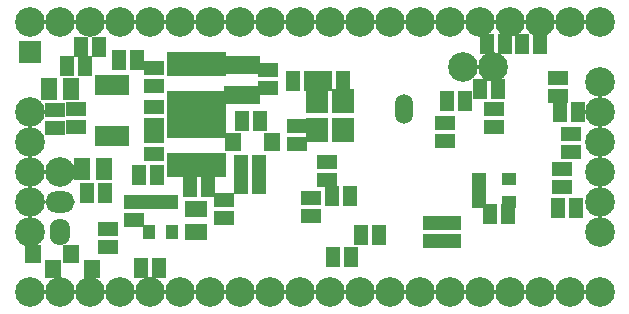
<source format=gbs>
G04 (created by PCBNEW-RS274X (2011-05-25)-stable) date Fri 13 Mar 2015 11:37:05 GMT*
G01*
G70*
G90*
%MOIN*%
G04 Gerber Fmt 3.4, Leading zero omitted, Abs format*
%FSLAX34Y34*%
G04 APERTURE LIST*
%ADD10C,0.006000*%
%ADD11R,0.075100X0.083000*%
%ADD12O,0.067200X0.090900*%
%ADD13O,0.098300X0.071200*%
%ADD14C,0.098700*%
%ADD15R,0.075000X0.075000*%
%ADD16R,0.047600X0.059400*%
%ADD17R,0.040000X0.050000*%
%ADD18R,0.050000X0.040000*%
%ADD19R,0.055000X0.075000*%
%ADD20R,0.045000X0.065000*%
%ADD21R,0.065000X0.045000*%
%ADD22R,0.035000X0.070000*%
%ADD23R,0.055400X0.060200*%
%ADD24O,0.059400X0.098700*%
%ADD25R,0.100000X0.080000*%
%ADD26R,0.075000X0.055000*%
G04 APERTURE END LIST*
G54D10*
G54D11*
X57433Y-34597D03*
X56567Y-33653D03*
X56567Y-34597D03*
X57433Y-33653D03*
G54D12*
X48000Y-38000D03*
G54D13*
X48000Y-37000D03*
G54D14*
X48000Y-36000D03*
G54D15*
X47000Y-32000D03*
G54D14*
X47000Y-38000D03*
X47000Y-37000D03*
X47000Y-36000D03*
X47000Y-35000D03*
X47000Y-34000D03*
X66000Y-38000D03*
X66000Y-37000D03*
X66000Y-36000D03*
X66000Y-35000D03*
X66000Y-34000D03*
X66000Y-33000D03*
X47000Y-40000D03*
X48000Y-40000D03*
X49000Y-40000D03*
X50000Y-40000D03*
X51000Y-40000D03*
X52000Y-40000D03*
X53000Y-40000D03*
X54000Y-40000D03*
X55000Y-40000D03*
X56000Y-40000D03*
X57000Y-40000D03*
X58000Y-40000D03*
X59000Y-40000D03*
X60000Y-40000D03*
X61000Y-40000D03*
X62000Y-40000D03*
X63000Y-40000D03*
X64000Y-40000D03*
X65000Y-40000D03*
X66000Y-40000D03*
X47000Y-31000D03*
X48000Y-31000D03*
X49000Y-31000D03*
X50000Y-31000D03*
X51000Y-31000D03*
X52000Y-31000D03*
X53000Y-31000D03*
X54000Y-31000D03*
X55000Y-31000D03*
X56000Y-31000D03*
X57000Y-31000D03*
X58000Y-31000D03*
X59000Y-31000D03*
X60000Y-31000D03*
X61000Y-31000D03*
X62000Y-31000D03*
X63000Y-31000D03*
X64000Y-31000D03*
X65000Y-31000D03*
X66000Y-31000D03*
X62450Y-32525D03*
X61450Y-32525D03*
G54D16*
X54450Y-32450D03*
X54075Y-32450D03*
X53700Y-32450D03*
X53700Y-33450D03*
X54075Y-33450D03*
X54450Y-33450D03*
G54D17*
X50975Y-37000D03*
X51725Y-37000D03*
X50975Y-38000D03*
X51350Y-37000D03*
X51725Y-38000D03*
G54D18*
X61975Y-37000D03*
X61975Y-36250D03*
X62975Y-37000D03*
X61975Y-36625D03*
X62975Y-36250D03*
G54D19*
X47633Y-33252D03*
X48383Y-33252D03*
X48725Y-35925D03*
X49475Y-35925D03*
G54D20*
X58035Y-38102D03*
X58635Y-38102D03*
X54675Y-34325D03*
X54075Y-34325D03*
X54025Y-36400D03*
X54625Y-36400D03*
X62225Y-31750D03*
X62825Y-31750D03*
X62000Y-33250D03*
X62600Y-33250D03*
X52325Y-36525D03*
X52925Y-36525D03*
G54D21*
X55900Y-34480D03*
X55900Y-35080D03*
G54D20*
X51300Y-39225D03*
X50700Y-39225D03*
X49300Y-31850D03*
X48700Y-31850D03*
X48228Y-32488D03*
X48828Y-32488D03*
G54D21*
X62475Y-33925D03*
X62475Y-34525D03*
X50475Y-37600D03*
X50475Y-37000D03*
X51126Y-35422D03*
X51126Y-34822D03*
G54D20*
X54025Y-35775D03*
X54625Y-35775D03*
G54D21*
X54950Y-33200D03*
X54950Y-32600D03*
X61025Y-38300D03*
X61025Y-37700D03*
G54D20*
X63400Y-31750D03*
X64000Y-31750D03*
X56375Y-32975D03*
X55775Y-32975D03*
X57700Y-38850D03*
X57100Y-38850D03*
G54D21*
X60825Y-34375D03*
X60825Y-34975D03*
G54D20*
X60900Y-33650D03*
X61500Y-33650D03*
X56850Y-32975D03*
X57450Y-32975D03*
X57075Y-36825D03*
X57675Y-36825D03*
G54D21*
X51125Y-33850D03*
X51125Y-34450D03*
X51125Y-32550D03*
X51125Y-33150D03*
G54D20*
X62925Y-37425D03*
X62325Y-37425D03*
X51225Y-36125D03*
X50625Y-36125D03*
G54D21*
X53475Y-36950D03*
X53475Y-37550D03*
G54D20*
X49500Y-36725D03*
X48900Y-36725D03*
G54D21*
X48550Y-33925D03*
X48550Y-34525D03*
X56375Y-37475D03*
X56375Y-36875D03*
X49618Y-37905D03*
X49618Y-38505D03*
G54D22*
X50124Y-34826D03*
X49868Y-34826D03*
X49612Y-34826D03*
X49356Y-34826D03*
X49356Y-33126D03*
X49612Y-33126D03*
X49868Y-33126D03*
X50124Y-33126D03*
G54D23*
X53779Y-35000D03*
X55071Y-35000D03*
X47094Y-38740D03*
X48386Y-38740D03*
X49066Y-39240D03*
X47774Y-39240D03*
G54D21*
X56900Y-36275D03*
X56900Y-35675D03*
G54D20*
X64594Y-37224D03*
X65194Y-37224D03*
G54D21*
X64725Y-36525D03*
X64725Y-35925D03*
G54D20*
X65280Y-34016D03*
X64680Y-34016D03*
G54D21*
X65039Y-34759D03*
X65039Y-35359D03*
G54D24*
X59475Y-33900D03*
G54D25*
X53025Y-35775D03*
X53025Y-34475D03*
G54D26*
X52550Y-38000D03*
X52550Y-37250D03*
G54D25*
X52075Y-35775D03*
X52075Y-34475D03*
X52075Y-32425D03*
X52075Y-33725D03*
G54D20*
X50575Y-32275D03*
X49975Y-32275D03*
G54D25*
X53025Y-32425D03*
X53025Y-33725D03*
G54D21*
X60450Y-38300D03*
X60450Y-37700D03*
X64602Y-33469D03*
X64602Y-32869D03*
X47850Y-33950D03*
X47850Y-34550D03*
M02*

</source>
